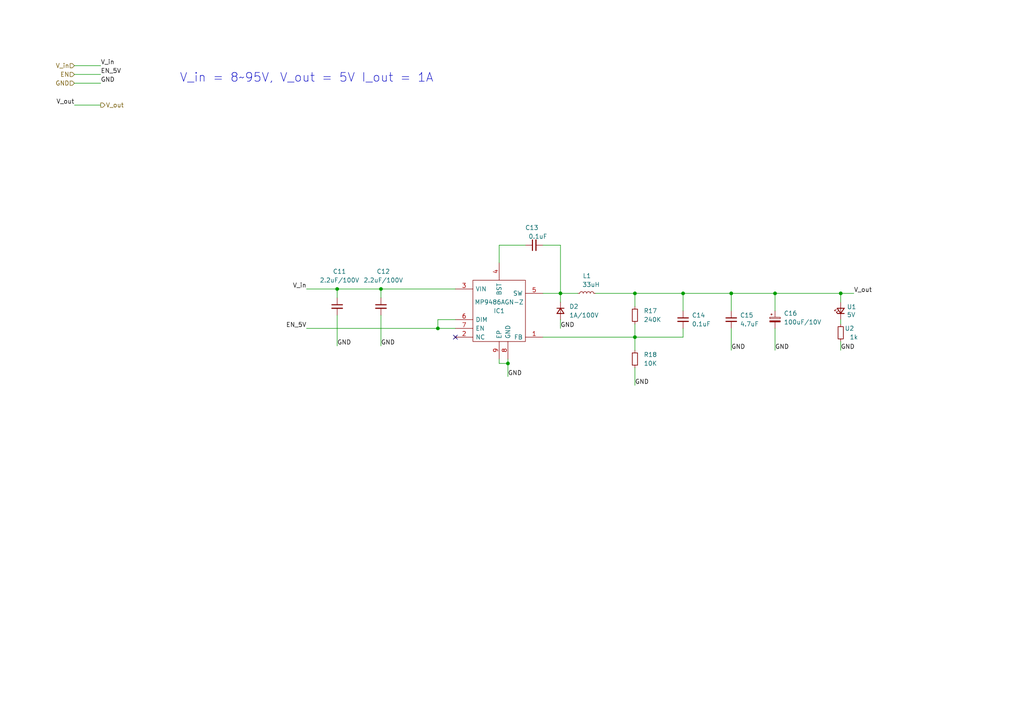
<source format=kicad_sch>
(kicad_sch (version 20211123) (generator eeschema)
  (paper "A4")
  (lib_symbols
    (symbol "CustomLib:MP9486AGN-Z" (pin_names (offset 0.762))
      (property "Reference" "IC1" (at 12.7 -6.35 0))
      (property "Value" "MP9486AGN-Z" (at 12.7 -3.81 0))
      (symbol "MP9486AGN-Z_0_0"
        (pin passive line (at 25.4 -13.97 180) (length 5.08) (name "FB") (number "1"))
        (pin no_connect line (at 0 -13.97 0) (length 5.08) (name "NC") (number "2"))
        (pin passive line (at 0 0 0) (length 5.08) (name "VIN") (number "3"))
        (pin passive line (at 12.7 7.62 270) (length 5.08) (name "BST") (number "4"))
        (pin passive line (at 25.4 -1.27 180) (length 5.08) (name "SW") (number "5"))
        (pin passive line (at 0 -8.89 0) (length 5.08) (name "DIM") (number "6"))
        (pin passive line (at 0 -11.43 0) (length 5.08) (name "EN") (number "7"))
        (pin passive line (at 15.24 -20.32 90) (length 5.08) (name "GND") (number "8"))
        (pin passive line (at 12.7 -20.32 90) (length 5.08) (name "EP") (number "9"))
      )
      (symbol "MP9486AGN-Z_0_1"
        (polyline (pts (xy 5.08 2.54) (xy 20.32 2.54) (xy 20.32 -15.24) (xy 5.08 -15.24) (xy 5.08 2.54)) (stroke (width 0.1524)))
      )
    )
    (symbol "Device:C_Polarized_Small" (pin_numbers hide) (pin_names (offset 0.254) hide)
      (property "Reference" "C" (at 0.254 1.778 0))
      (property "Value" "C_Polarized_Small" (at 0.254 -2.032 0))
      (symbol "C_Polarized_Small_0_1"
        (rectangle (start -1.524 -0.3048) (end 1.524 -0.6858) (fill (type outline)))
        (rectangle (start -1.524 0.6858) (end 1.524 0.3048))
        (polyline (pts (xy -1.27 1.524) (xy -0.762 1.524)))
        (polyline (pts (xy -1.016 1.27) (xy -1.016 1.778)))
      )
      (symbol "C_Polarized_Small_1_1"
        (pin passive line (at 0 2.54 270) (length 1.8542) (name "~") (number "1"))
        (pin passive line (at 0 -2.54 90) (length 1.8542) (name "~") (number "2"))
      )
    )
    (symbol "Device:C_Small" (pin_numbers hide) (pin_names (offset 0.254) hide)
      (property "Reference" "C" (at 0.254 1.778 0))
      (property "Value" "C_Small" (at 0.254 -2.032 0))
      (symbol "C_Small_0_1"
        (polyline (pts (xy -1.524 -0.508) (xy 1.524 -0.508)) (stroke (width 0.3302)))
        (polyline (pts (xy -1.524 0.508) (xy 1.524 0.508)) (stroke (width 0.3048)))
      )
      (symbol "C_Small_1_1"
        (pin passive line (at 0 2.54 270) (length 2.032) (name "~") (number "1"))
        (pin passive line (at 0 -2.54 90) (length 2.032) (name "~") (number "2"))
      )
    )
    (symbol "Device:D_Small" (pin_numbers hide) (pin_names (offset 0.254) hide)
      (property "Reference" "D" (at -1.27 2.032 0))
      (property "Value" "D_Small" (at -3.81 -2.032 0))
      (symbol "D_Small_0_1"
        (polyline (pts (xy -0.762 -1.016) (xy -0.762 1.016)) (stroke (width 0.254)))
        (polyline (pts (xy -0.762 0) (xy 0.762 0)))
        (polyline (pts (xy 0.762 -1.016) (xy -0.762 0) (xy 0.762 1.016) (xy 0.762 -1.016)) (stroke (width 0.254)))
      )
      (symbol "D_Small_1_1"
        (pin passive line (at -2.54 0 0) (length 1.778) (name "K") (number "1"))
        (pin passive line (at 2.54 0 180) (length 1.778) (name "A") (number "2"))
      )
    )
    (symbol "Device:LED_Small" (pin_numbers hide) (pin_names (offset 0.254) hide)
      (property "Reference" "D" (at -1.27 3.175 0))
      (property "Value" "LED_Small" (at -4.445 -2.54 0))
      (symbol "LED_Small_0_1"
        (polyline (pts (xy -0.762 -1.016) (xy -0.762 1.016)) (stroke (width 0.254)))
        (polyline (pts (xy 1.016 0) (xy -0.762 0)))
        (polyline (pts (xy 0.762 -1.016) (xy -0.762 0) (xy 0.762 1.016) (xy 0.762 -1.016)) (stroke (width 0.254)))
        (polyline (pts (xy 0 0.762) (xy -0.508 1.27) (xy -0.254 1.27) (xy -0.508 1.27) (xy -0.508 1.016)))
        (polyline (pts (xy 0.508 1.27) (xy 0 1.778) (xy 0.254 1.778) (xy 0 1.778) (xy 0 1.524)))
      )
      (symbol "LED_Small_1_1"
        (pin passive line (at -2.54 0 0) (length 1.778) (name "K") (number "1"))
        (pin passive line (at 2.54 0 180) (length 1.778) (name "A") (number "2"))
      )
    )
    (symbol "Device:L_Small" (pin_numbers hide) (pin_names (offset 0.254) hide)
      (property "Reference" "L" (at 0.762 1.016 0))
      (property "Value" "L_Small" (at 0.762 -1.016 0))
      (symbol "L_Small_0_1"
        (arc (start 0 -2.032) (mid 0.508 -1.524) (end 0 -1.016))
        (arc (start 0 -1.016) (mid 0.508 -0.508) (end 0 0))
        (arc (start 0 0) (mid 0.508 0.508) (end 0 1.016))
        (arc (start 0 1.016) (mid 0.508 1.524) (end 0 2.032))
      )
      (symbol "L_Small_1_1"
        (pin passive line (at 0 2.54 270) (length 0.508) (name "~") (number "1"))
        (pin passive line (at 0 -2.54 90) (length 0.508) (name "~") (number "2"))
      )
    )
    (symbol "Device:R_Small" (pin_numbers hide) (pin_names (offset 0.254) hide)
      (property "Reference" "R" (at 0.762 0.508 0))
      (property "Value" "R_Small" (at 0.762 -1.016 0))
      (symbol "R_Small_0_1"
        (rectangle (start -0.762 1.778) (end 0.762 -1.778) (stroke (width 0.2032)))
      )
      (symbol "R_Small_1_1"
        (pin passive line (at 0 2.54 270) (length 0.762) (name "~") (number "1"))
        (pin passive line (at 0 -2.54 90) (length 0.762) (name "~") (number "2"))
      )
    )
  )
  (junction (at 224.79 85.09))
  (junction (at 243.84 85.09))
  (junction (at 97.79 83.82))
  (junction (at 184.15 85.09))
  (junction (at 184.15 97.79))
  (junction (at 110.49 83.82))
  (junction (at 147.32 105.41))
  (junction (at 198.12 85.09))
  (junction (at 212.09 85.09))
  (junction (at 162.56 85.09))
  (junction (at 127 95.25))
  (no_connect (at 132.08 97.79))
  (wire (pts (xy 21.59 21.59) (xy 29.21 21.59)))
  (wire (pts (xy 97.79 83.82) (xy 110.49 83.82)))
  (wire (pts (xy 97.79 83.82) (xy 97.79 86.36)))
  (wire (pts (xy 152.4 71.12) (xy 144.78 71.12)))
  (wire (pts (xy 212.09 95.25) (xy 212.09 101.6)))
  (wire (pts (xy 157.48 97.79) (xy 184.15 97.79)))
  (wire (pts (xy 144.78 71.12) (xy 144.78 76.2)))
  (wire (pts (xy 243.84 99.06) (xy 243.84 101.6)))
  (wire (pts (xy 184.15 85.09) (xy 198.12 85.09)))
  (wire (pts (xy 162.56 85.09) (xy 162.56 87.63)))
  (wire (pts (xy 147.32 104.14) (xy 147.32 105.41)))
  (wire (pts (xy 224.79 85.09) (xy 243.84 85.09)))
  (wire (pts (xy 157.48 71.12) (xy 162.56 71.12)))
  (wire (pts (xy 88.9 83.82) (xy 97.79 83.82)))
  (wire (pts (xy 21.59 19.05) (xy 29.21 19.05)))
  (wire (pts (xy 243.84 92.71) (xy 243.84 93.98)))
  (wire (pts (xy 127 95.25) (xy 132.08 95.25)))
  (wire (pts (xy 127 92.71) (xy 132.08 92.71)))
  (wire (pts (xy 184.15 85.09) (xy 184.15 88.9)))
  (wire (pts (xy 212.09 85.09) (xy 212.09 90.17)))
  (wire (pts (xy 110.49 91.44) (xy 110.49 100.33)))
  (wire (pts (xy 198.12 85.09) (xy 198.12 90.17)))
  (wire (pts (xy 144.78 104.14) (xy 144.78 105.41)))
  (wire (pts (xy 162.56 71.12) (xy 162.56 85.09)))
  (wire (pts (xy 88.9 95.25) (xy 127 95.25)))
  (wire (pts (xy 21.59 24.13) (xy 29.21 24.13)))
  (wire (pts (xy 144.78 105.41) (xy 147.32 105.41)))
  (wire (pts (xy 184.15 97.79) (xy 184.15 101.6)))
  (wire (pts (xy 21.59 30.48) (xy 29.21 30.48)))
  (wire (pts (xy 184.15 106.68) (xy 184.15 111.76)))
  (wire (pts (xy 127 92.71) (xy 127 95.25)))
  (wire (pts (xy 212.09 85.09) (xy 224.79 85.09)))
  (wire (pts (xy 97.79 91.44) (xy 97.79 100.33)))
  (wire (pts (xy 162.56 85.09) (xy 167.64 85.09)))
  (wire (pts (xy 198.12 97.79) (xy 198.12 95.25)))
  (wire (pts (xy 162.56 92.71) (xy 162.56 95.25)))
  (wire (pts (xy 184.15 97.79) (xy 198.12 97.79)))
  (wire (pts (xy 198.12 85.09) (xy 212.09 85.09)))
  (wire (pts (xy 147.32 105.41) (xy 147.32 109.22)))
  (wire (pts (xy 243.84 85.09) (xy 243.84 87.63)))
  (wire (pts (xy 110.49 83.82) (xy 132.08 83.82)))
  (wire (pts (xy 243.84 85.09) (xy 247.65 85.09)))
  (wire (pts (xy 224.79 85.09) (xy 224.79 90.17)))
  (wire (pts (xy 157.48 85.09) (xy 162.56 85.09)))
  (wire (pts (xy 184.15 93.98) (xy 184.15 97.79)))
  (wire (pts (xy 110.49 83.82) (xy 110.49 86.36)))
  (wire (pts (xy 224.79 95.25) (xy 224.79 101.6)))
  (wire (pts (xy 172.72 85.09) (xy 184.15 85.09)))
  (text "V_in = 8~95V, V_out = 5V I_out = 1A\n" (at 52.07 24.13 0) (effects (font (size 2.54 2.54)) (justify left bottom)))
  (label "GND" (at 29.21 24.13 0))
  (label "V_out" (at 21.59 30.48 180))
  (label "GND" (at 97.79 100.33 0))
  (label "GND" (at 147.32 109.22 0))
  (label "GND" (at 110.49 100.33 0))
  (label "GND" (at 162.56 95.25 0))
  (label "EN_5V" (at 29.21 21.59 0))
  (label "GND" (at 184.15 111.76 0))
  (label "GND" (at 212.09 101.6 0))
  (label "V_out" (at 247.65 85.09 0))
  (label "EN_5V" (at 88.9 95.25 180))
  (label "V_in" (at 29.21 19.05 0))
  (label "GND" (at 243.84 101.6 0))
  (label "GND" (at 224.79 101.6 0))
  (label "V_in" (at 88.9 83.82 180))
  (hierarchical_label "V_out" (shape output) (at 29.21 30.48 0))
  (hierarchical_label "GND" (shape input) (at 21.59 24.13 180))
  (hierarchical_label "V_in" (shape input) (at 21.59 19.05 180))
  (hierarchical_label "EN" (shape input) (at 21.59 21.59 180))
  (symbol (lib_id "Device:C_Small") (at 110.49 88.9 0) (unit 1)
    (property "Reference" "C12" (at 109.22 78.74 0) (effects (justify left)))
    (property "Value" "2.2uF/100V" (at 105.41 81.28 0) (effects (justify left)))
    (property "Footprint" "Capacitor_SMD:C_1206_3216Metric" (effects hide))
  )
  (symbol (lib_id "Device:C_Small") (at 97.79 88.9 0) (unit 1)
    (property "Reference" "C11" (at 96.52 78.74 0) (effects (justify left)))
    (property "Value" "2.2uF/100V" (at 92.71 81.28 0) (effects (justify left)))
    (property "Footprint" "Capacitor_SMD:C_1206_3216Metric" (effects hide))
  )
  (symbol (lib_id "Device:R_Small") (at 184.15 91.44 0) (unit 1)
    (property "Reference" "R17" (at 186.69 90.1699 0) (effects (justify left)))
    (property "Value" "240K" (at 186.69 92.7099 0) (effects (justify left)))
    (property "Footprint" "Capacitor_SMD:C_1206_3216Metric" (effects hide))
  )
  (symbol (lib_id "Device:R_Small") (at 184.15 104.14 0) (unit 1)
    (property "Reference" "R18" (at 186.69 102.8699 0) (effects (justify left)))
    (property "Value" "10K" (at 186.69 105.4099 0) (effects (justify left)))
    (property "Footprint" "Capacitor_SMD:C_1206_3216Metric" (effects hide))
  )
  (symbol (lib_id "Device:R_Small") (at 243.84 96.52 0) (mirror y) (unit 1)
    (property "Reference" "U2" (at 246.38 95.25 0))
    (property "Value" "1k" (at 247.65 97.79 0))
    (property "Footprint" "Resistor_SMD:R_1206_3216Metric" (effects hide))
    (property "LCSC part #" "C4410" (effects hide))
  )
  (symbol (lib_id "CustomLib:MP9486AGN-Z") (at 132.08 83.82 0) (unit 1)
    (property "Reference" "IC1" (at 144.78 90.17 0))
    (property "Value" "MP9486AGN-Z" (at 144.78 87.63 0))
    (property "Footprint" "max_KiCAD_lib:SOIC127P600X170-9N" (effects hide))
    (property "Datasheet" "https://componentsearchengine.com/Datasheets/1/MP9486AGN-Z.pdf" (effects hide))
    (property "Description" "Switching Voltage Regulators 100V Input, 3.5A, Switching Current Limit Step-Down Converter" (effects hide))
    (property "Height" "1.7" (effects hide))
    (property "Mouser Part Number" "946-MP9486AGN-Z" (effects hide))
    (property "Mouser Price/Stock" "https://www.mouser.co.uk/ProductDetail/Monolithic-Power-Systems-MPS/MP9486AGN-Z?qs=YCa%2FAAYMW010ws20lFESXg%3D%3D" (effects hide))
    (property "Manufacturer_Name" "Monolithic Power Systems (MPS)" (effects hide))
    (property "Manufacturer_Part_Number" "MP9486AGN-Z" (effects hide))
  )
  (symbol (lib_id "Device:C_Small") (at 198.12 92.71 0) (unit 1)
    (property "Reference" "C14" (at 200.66 91.4462 0) (effects (justify left)))
    (property "Value" "0.1uF" (at 200.66 93.9862 0) (effects (justify left)))
    (property "Footprint" "Capacitor_SMD:C_1206_3216Metric" (effects hide))
  )
  (symbol (lib_id "Device:LED_Small") (at 243.84 90.17 90) (unit 1)
    (property "Reference" "U1" (at 245.618 89.0016 90) (effects (justify right)))
    (property "Value" "5V" (at 245.618 91.313 90) (effects (justify right)))
    (property "Footprint" "LED_SMD:LED_0805_2012Metric" (effects hide))
    (property "LCSC part #" "C2286" (effects hide))
  )
  (symbol (lib_id "Device:C_Small") (at 212.09 92.71 0) (unit 1)
    (property "Reference" "C15" (at 214.63 91.4462 0) (effects (justify left)))
    (property "Value" "4.7uF" (at 214.63 93.9862 0) (effects (justify left)))
    (property "Footprint" "Capacitor_SMD:C_1206_3216Metric" (effects hide))
  )
  (symbol (lib_id "Device:C_Polarized_Small") (at 224.79 92.71 0) (unit 1)
    (property "Reference" "C16" (at 227.33 90.8938 0) (effects (justify left)))
    (property "Value" "100uF/10V" (at 227.33 93.4338 0) (effects (justify left)))
    (property "Footprint" "max_KiCAD_lib:100uF_wuerth" (effects hide))
  )
  (symbol (lib_id "Device:D_Small") (at 162.56 90.17 270) (unit 1)
    (property "Reference" "D2" (at 165.1 88.8999 90) (effects (justify left)))
    (property "Value" "1A/100V" (at 165.1 91.4399 90) (effects (justify left)))
    (property "Footprint" "Diode_SMD:D_SOD-323" (effects hide))
  )
  (symbol (lib_id "Device:C_Small") (at 154.94 71.12 90) (unit 1)
    (property "Reference" "C13" (at 156.21 66.04 90) (effects (justify left)))
    (property "Value" "0.1uF" (at 158.75 68.58 90) (effects (justify left)))
    (property "Footprint" "Capacitor_SMD:C_1206_3216Metric" (effects hide))
  )
  (symbol (lib_id "Device:L_Small") (at 170.18 85.09 90) (unit 1)
    (property "Reference" "L1" (at 171.45 80.01 90) (effects (justify left)))
    (property "Value" "33uH" (at 173.99 82.55 90) (effects (justify left)))
    (property "Footprint" "max_KiCAD_lib:33uH_wuerth_7447706330" (effects hide))
  )
)
</source>
